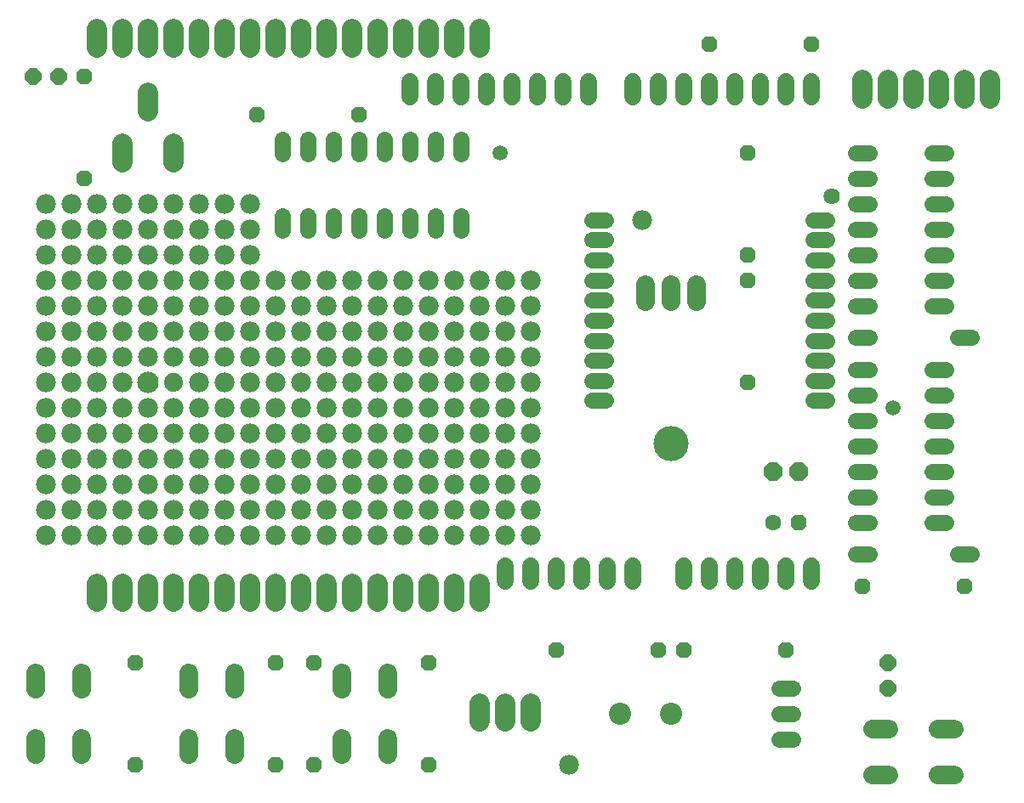
<source format=gbs>
G75*
G70*
%OFA0B0*%
%FSLAX24Y24*%
%IPPOS*%
%LPD*%
%AMOC8*
5,1,8,0,0,1.08239X$1,22.5*
%
%ADD10C,0.0674*%
%ADD11C,0.0640*%
%ADD12C,0.0867*%
%ADD13OC8,0.0631*%
%ADD14OC8,0.0640*%
%ADD15C,0.0789*%
%ADD16C,0.0720*%
%ADD17C,0.1380*%
%ADD18C,0.0631*%
%ADD19C,0.0792*%
%ADD20C,0.0635*%
%ADD21OC8,0.0710*%
%ADD22C,0.0595*%
%ADD23C,0.0780*%
%ADD24C,0.0740*%
%ADD25C,0.0840*%
%ADD26C,0.0640*%
D10*
X019657Y010364D02*
X019657Y010958D01*
X020657Y010958D02*
X020657Y010364D01*
X021657Y010364D02*
X021657Y010958D01*
X022657Y010958D02*
X022657Y010364D01*
X023657Y010364D02*
X023657Y010958D01*
X024657Y010958D02*
X024657Y010364D01*
X026657Y010364D02*
X026657Y010958D01*
X027657Y010958D02*
X027657Y010364D01*
X028657Y010364D02*
X028657Y010958D01*
X029657Y010958D02*
X029657Y010364D01*
X030657Y010364D02*
X030657Y010958D01*
X031657Y010958D02*
X031657Y010364D01*
X031657Y029364D02*
X031657Y029958D01*
X030657Y029958D02*
X030657Y029364D01*
X029657Y029364D02*
X029657Y029958D01*
X028657Y029958D02*
X028657Y029364D01*
X027657Y029364D02*
X027657Y029958D01*
X026657Y029958D02*
X026657Y029364D01*
X025657Y029364D02*
X025657Y029958D01*
X024657Y029958D02*
X024657Y029364D01*
X022907Y029364D02*
X022907Y029958D01*
X021907Y029958D02*
X021907Y029364D01*
X020907Y029364D02*
X020907Y029958D01*
X019907Y029958D02*
X019907Y029364D01*
X018907Y029364D02*
X018907Y029958D01*
X017907Y029958D02*
X017907Y029364D01*
X016907Y029364D02*
X016907Y029958D01*
X015907Y029958D02*
X015907Y029364D01*
D11*
X015907Y027691D02*
X015907Y027131D01*
X016907Y027131D02*
X016907Y027691D01*
X017907Y027691D02*
X017907Y027131D01*
X017907Y024691D02*
X017907Y024131D01*
X016907Y024131D02*
X016907Y024691D01*
X015907Y024691D02*
X015907Y024131D01*
X014907Y024131D02*
X014907Y024691D01*
X013907Y024691D02*
X013907Y024131D01*
X012907Y024131D02*
X012907Y024691D01*
X011907Y024691D02*
X011907Y024131D01*
X010907Y024131D02*
X010907Y024691D01*
X010907Y027131D02*
X010907Y027691D01*
X011907Y027691D02*
X011907Y027131D01*
X012907Y027131D02*
X012907Y027691D01*
X013907Y027691D02*
X013907Y027131D01*
X014907Y027131D02*
X014907Y027691D01*
X033377Y027161D02*
X033937Y027161D01*
X033937Y026161D02*
X033377Y026161D01*
X033377Y025161D02*
X033937Y025161D01*
X033937Y024161D02*
X033377Y024161D01*
X033377Y023161D02*
X033937Y023161D01*
X033937Y022161D02*
X033377Y022161D01*
X033377Y021161D02*
X033937Y021161D01*
X033937Y019911D02*
X033377Y019911D01*
X033377Y018661D02*
X033937Y018661D01*
X033937Y017661D02*
X033377Y017661D01*
X033377Y016661D02*
X033937Y016661D01*
X033937Y015661D02*
X033377Y015661D01*
X033377Y014661D02*
X033937Y014661D01*
X033937Y013661D02*
X033377Y013661D01*
X033377Y012661D02*
X033937Y012661D01*
X033937Y011411D02*
X033377Y011411D01*
X036377Y012661D02*
X036937Y012661D01*
X036937Y013661D02*
X036377Y013661D01*
X036377Y014661D02*
X036937Y014661D01*
X036937Y015661D02*
X036377Y015661D01*
X036377Y016661D02*
X036937Y016661D01*
X036937Y017661D02*
X036377Y017661D01*
X036377Y018661D02*
X036937Y018661D01*
X037377Y019911D02*
X037937Y019911D01*
X036937Y021161D02*
X036377Y021161D01*
X036377Y022161D02*
X036937Y022161D01*
X036937Y023161D02*
X036377Y023161D01*
X036377Y024161D02*
X036937Y024161D01*
X036937Y025161D02*
X036377Y025161D01*
X036377Y026161D02*
X036937Y026161D01*
X036937Y027161D02*
X036377Y027161D01*
X037377Y011411D02*
X037937Y011411D01*
X030937Y006161D02*
X030377Y006161D01*
X030377Y005161D02*
X030937Y005161D01*
X030937Y004161D02*
X030377Y004161D01*
D12*
X026157Y005161D03*
X024157Y005161D03*
D13*
X025657Y007661D03*
X026657Y007661D03*
X030657Y007661D03*
X033657Y010161D03*
X031157Y012661D03*
X029157Y018161D03*
X029157Y022161D03*
X029157Y023161D03*
X029157Y027161D03*
X027657Y031411D03*
X031657Y031411D03*
X013907Y028661D03*
X009907Y028661D03*
X003157Y030161D03*
X003157Y026161D03*
X021657Y007661D03*
X016657Y007161D03*
X012157Y007161D03*
X010657Y007161D03*
X010657Y003161D03*
X012157Y003161D03*
X016657Y003161D03*
X005157Y003161D03*
X005157Y007161D03*
X037657Y010161D03*
D14*
X034657Y007161D03*
X034657Y006161D03*
X002157Y030161D03*
X001157Y030161D03*
D15*
X003657Y031306D02*
X003657Y032015D01*
X004657Y032015D02*
X004657Y031306D01*
X005657Y031306D02*
X005657Y032015D01*
X006657Y032015D02*
X006657Y031306D01*
X007657Y031306D02*
X007657Y032015D01*
X008657Y032015D02*
X008657Y031306D01*
X009657Y031306D02*
X009657Y032015D01*
X010657Y032015D02*
X010657Y031306D01*
X011657Y031306D02*
X011657Y032015D01*
X012657Y032015D02*
X012657Y031306D01*
X013657Y031306D02*
X013657Y032015D01*
X014657Y032015D02*
X014657Y031306D01*
X015657Y031306D02*
X015657Y032015D01*
X016657Y032015D02*
X016657Y031306D01*
X017657Y031306D02*
X017657Y032015D01*
X018657Y032015D02*
X018657Y031306D01*
X006657Y027515D02*
X006657Y026806D01*
X004657Y026806D02*
X004657Y027515D01*
X005657Y028806D02*
X005657Y029515D01*
X005657Y010265D02*
X005657Y009556D01*
X006657Y009556D02*
X006657Y010265D01*
X007657Y010265D02*
X007657Y009556D01*
X008657Y009556D02*
X008657Y010265D01*
X009657Y010265D02*
X009657Y009556D01*
X010657Y009556D02*
X010657Y010265D01*
X011657Y010265D02*
X011657Y009556D01*
X012657Y009556D02*
X012657Y010265D01*
X013657Y010265D02*
X013657Y009556D01*
X014657Y009556D02*
X014657Y010265D01*
X015657Y010265D02*
X015657Y009556D01*
X016657Y009556D02*
X016657Y010265D01*
X017657Y010265D02*
X017657Y009556D01*
X018657Y009556D02*
X018657Y010265D01*
X018657Y005565D02*
X018657Y004856D01*
X019657Y004856D02*
X019657Y005565D01*
X020657Y005565D02*
X020657Y004856D01*
X004657Y009556D02*
X004657Y010265D01*
X003657Y010265D02*
X003657Y009556D01*
D16*
X001267Y004201D02*
X001267Y003561D01*
X003047Y003561D02*
X003047Y004201D01*
X003047Y006121D02*
X003047Y006761D01*
X001267Y006761D02*
X001267Y006121D01*
X007267Y006121D02*
X007267Y006761D01*
X009047Y006761D02*
X009047Y006121D01*
X009047Y004201D02*
X009047Y003561D01*
X007267Y003561D02*
X007267Y004201D01*
X013267Y004201D02*
X013267Y003561D01*
X015047Y003561D02*
X015047Y004201D01*
X015047Y006121D02*
X015047Y006761D01*
X013267Y006761D02*
X013267Y006121D01*
X025157Y021341D02*
X025157Y021981D01*
X026157Y021981D02*
X026157Y021341D01*
X027157Y021341D02*
X027157Y021981D01*
X034057Y004551D02*
X034697Y004551D01*
X036617Y004551D02*
X037257Y004551D01*
X037257Y002771D02*
X036617Y002771D01*
X034697Y002771D02*
X034057Y002771D01*
D17*
X026157Y015761D03*
D18*
X030157Y012661D03*
D19*
X033657Y029305D02*
X033657Y030017D01*
X034657Y030017D02*
X034657Y029305D01*
X035657Y029305D02*
X035657Y030017D01*
X036657Y030017D02*
X036657Y029305D01*
X037657Y029305D02*
X037657Y030017D01*
X038657Y030017D02*
X038657Y029305D01*
D20*
X032266Y024535D02*
X031711Y024535D01*
X031711Y023747D02*
X032266Y023747D01*
X032266Y022960D02*
X031711Y022960D01*
X031711Y022173D02*
X032266Y022173D01*
X032266Y021385D02*
X031711Y021385D01*
X031711Y020598D02*
X032266Y020598D01*
X032266Y019810D02*
X031711Y019810D01*
X031711Y019023D02*
X032266Y019023D01*
X032266Y018236D02*
X031711Y018236D01*
X031711Y017448D02*
X032266Y017448D01*
X023604Y017448D02*
X023049Y017448D01*
X023049Y018236D02*
X023604Y018236D01*
X023604Y019023D02*
X023049Y019023D01*
X023049Y019810D02*
X023604Y019810D01*
X023604Y020598D02*
X023049Y020598D01*
X023049Y021385D02*
X023604Y021385D01*
X023604Y022173D02*
X023049Y022173D01*
X023049Y022960D02*
X023604Y022960D01*
X023604Y023747D02*
X023049Y023747D01*
X023049Y024535D02*
X023604Y024535D01*
D21*
X030157Y014661D03*
X031157Y014661D03*
D22*
X034857Y017161D03*
X019457Y027161D03*
D23*
X025017Y024541D03*
X020657Y022161D03*
X019657Y022161D03*
X018657Y022161D03*
X017657Y022161D03*
X016657Y022161D03*
X015657Y022161D03*
X014657Y022161D03*
X013657Y022161D03*
X012657Y022161D03*
X011657Y022161D03*
X010657Y022161D03*
X009657Y022161D03*
X008657Y022161D03*
X007657Y022161D03*
X006657Y022161D03*
X005657Y022161D03*
X004657Y022161D03*
X003657Y022161D03*
X002657Y022161D03*
X001657Y022161D03*
X001657Y023161D03*
X002657Y023161D03*
X002657Y024161D03*
X001657Y024161D03*
X001657Y025161D03*
X002657Y025161D03*
X003657Y025161D03*
X004657Y025161D03*
X004657Y024161D03*
X003657Y024161D03*
X003657Y023161D03*
X004657Y023161D03*
X005657Y023161D03*
X006657Y023161D03*
X007657Y023161D03*
X007657Y024161D03*
X006657Y024161D03*
X005657Y024161D03*
X005657Y025161D03*
X006657Y025161D03*
X007657Y025161D03*
X008657Y025161D03*
X009657Y025161D03*
X009657Y024161D03*
X008657Y024161D03*
X008657Y023161D03*
X009657Y023161D03*
X009657Y021161D03*
X008657Y021161D03*
X007657Y021161D03*
X006657Y021161D03*
X005657Y021161D03*
X004657Y021161D03*
X003657Y021161D03*
X002657Y021161D03*
X001657Y021161D03*
X001657Y020161D03*
X002657Y020161D03*
X002657Y019161D03*
X001657Y019161D03*
X001657Y018161D03*
X002657Y018161D03*
X002657Y017161D03*
X001657Y017161D03*
X001657Y016161D03*
X002657Y016161D03*
X002657Y015161D03*
X001657Y015161D03*
X001657Y014161D03*
X002657Y014161D03*
X002657Y013161D03*
X001657Y013161D03*
X001657Y012161D03*
X002657Y012161D03*
X003657Y012161D03*
X004657Y012161D03*
X004657Y013161D03*
X003657Y013161D03*
X003657Y014161D03*
X004657Y014161D03*
X004657Y015161D03*
X003657Y015161D03*
X003657Y016161D03*
X004657Y016161D03*
X004657Y017161D03*
X003657Y017161D03*
X003657Y018161D03*
X004657Y018161D03*
X004657Y019161D03*
X003657Y019161D03*
X003657Y020161D03*
X004657Y020161D03*
X005657Y020161D03*
X006657Y020161D03*
X007657Y020161D03*
X007657Y019161D03*
X006657Y019161D03*
X005657Y019161D03*
X007657Y018161D03*
X007657Y017161D03*
X006657Y017161D03*
X005657Y017161D03*
X005657Y016161D03*
X006657Y016161D03*
X007657Y016161D03*
X007657Y015161D03*
X006657Y015161D03*
X005657Y015161D03*
X005657Y014161D03*
X006657Y014161D03*
X007657Y014161D03*
X007657Y013161D03*
X006657Y013161D03*
X005657Y013161D03*
X005657Y012161D03*
X006657Y012161D03*
X007657Y012161D03*
X008657Y012161D03*
X009657Y012161D03*
X009657Y013161D03*
X008657Y013161D03*
X008657Y014161D03*
X009657Y014161D03*
X009657Y015161D03*
X008657Y015161D03*
X008657Y016161D03*
X009657Y016161D03*
X009657Y017161D03*
X008657Y017161D03*
X008657Y018161D03*
X009657Y018161D03*
X009657Y019161D03*
X008657Y019161D03*
X008657Y020161D03*
X009657Y020161D03*
X010657Y020161D03*
X011657Y020161D03*
X011657Y021161D03*
X010657Y021161D03*
X012657Y021161D03*
X013657Y021161D03*
X013657Y020161D03*
X012657Y020161D03*
X012657Y019161D03*
X013657Y019161D03*
X013657Y018161D03*
X012657Y018161D03*
X011657Y018161D03*
X010657Y018161D03*
X010657Y019161D03*
X011657Y019161D03*
X011657Y017161D03*
X010657Y017161D03*
X010657Y016161D03*
X011657Y016161D03*
X011657Y015161D03*
X010657Y015161D03*
X010657Y014161D03*
X011657Y014161D03*
X011657Y013161D03*
X010657Y013161D03*
X010657Y012161D03*
X011657Y012161D03*
X012657Y012161D03*
X013657Y012161D03*
X013657Y013161D03*
X012657Y013161D03*
X012657Y014161D03*
X013657Y014161D03*
X013657Y015161D03*
X012657Y015161D03*
X012657Y016161D03*
X013657Y016161D03*
X013657Y017161D03*
X012657Y017161D03*
X014657Y017161D03*
X015657Y017161D03*
X015657Y018161D03*
X014657Y018161D03*
X014657Y019161D03*
X015657Y019161D03*
X015657Y020161D03*
X014657Y020161D03*
X014657Y021161D03*
X015657Y021161D03*
X016657Y021161D03*
X017657Y021161D03*
X017657Y020161D03*
X016657Y020161D03*
X016657Y019161D03*
X017657Y019161D03*
X017657Y018161D03*
X016657Y018161D03*
X016657Y017161D03*
X017657Y017161D03*
X017657Y016161D03*
X016657Y016161D03*
X015657Y016161D03*
X014657Y016161D03*
X014657Y015161D03*
X015657Y015161D03*
X015657Y014161D03*
X014657Y014161D03*
X014657Y013161D03*
X015657Y013161D03*
X015657Y012161D03*
X014657Y012161D03*
X016657Y012161D03*
X017657Y012161D03*
X017657Y013161D03*
X016657Y013161D03*
X016657Y014161D03*
X017657Y014161D03*
X017657Y015161D03*
X016657Y015161D03*
X018657Y015161D03*
X019657Y015161D03*
X019657Y016161D03*
X018657Y016161D03*
X018657Y017161D03*
X019657Y017161D03*
X019657Y018161D03*
X018657Y018161D03*
X018657Y019161D03*
X019657Y019161D03*
X019657Y020161D03*
X018657Y020161D03*
X018657Y021161D03*
X019657Y021161D03*
X020657Y021161D03*
X020657Y020161D03*
X020657Y019161D03*
X020657Y018161D03*
X020657Y017161D03*
X020657Y016161D03*
X020657Y015161D03*
X020657Y014161D03*
X019657Y014161D03*
X018657Y014161D03*
X018657Y013161D03*
X019657Y013161D03*
X019657Y012161D03*
X018657Y012161D03*
X020657Y012161D03*
X020657Y013161D03*
X022157Y003161D03*
D24*
X006657Y018161D03*
D25*
X005657Y018161D03*
D26*
X032457Y025461D03*
M02*

</source>
